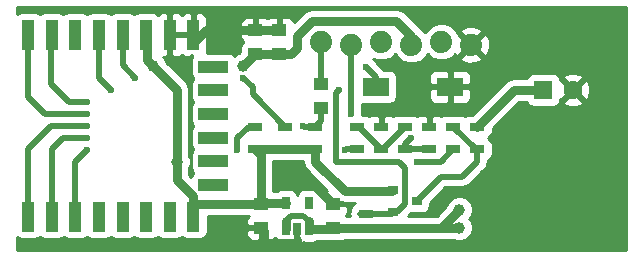
<source format=gtl>
G04 #@! TF.FileFunction,Copper,L1,Top,Signal*
%FSLAX46Y46*%
G04 Gerber Fmt 4.6, Leading zero omitted, Abs format (unit mm)*
G04 Created by KiCad (PCBNEW 4.0.7) date 10/21/18 23:31:01*
%MOMM*%
%LPD*%
G01*
G04 APERTURE LIST*
%ADD10C,0.100000*%
%ADD11C,1.879600*%
%ADD12R,2.298700X1.597660*%
%ADD13R,1.600000X1.600000*%
%ADD14C,1.600000*%
%ADD15R,1.100000X2.500000*%
%ADD16R,2.500000X1.100000*%
%ADD17R,0.650000X1.060000*%
%ADD18R,1.250000X1.000000*%
%ADD19R,1.300000X0.700000*%
%ADD20R,0.900000X0.800000*%
%ADD21C,0.600000*%
%ADD22C,1.000000*%
%ADD23C,0.500000*%
%ADD24C,0.750000*%
%ADD25C,0.254000*%
G04 APERTURE END LIST*
D10*
D11*
X83502500Y-103632000D03*
X86042500Y-103886000D03*
X88582500Y-103632000D03*
X91122500Y-103886000D03*
X93662500Y-103632000D03*
X96202500Y-103886000D03*
D12*
X88099900Y-107442000D03*
X94399100Y-107442000D03*
D13*
X102298500Y-107696000D03*
D14*
X104798500Y-107696000D03*
D15*
X58674000Y-118429000D03*
X60674000Y-118429000D03*
X62674000Y-118429000D03*
X64674000Y-118429000D03*
X66674000Y-118429000D03*
X68674000Y-118429000D03*
X70674000Y-118429000D03*
X72674000Y-118429000D03*
X72674000Y-103029000D03*
X70674000Y-103029000D03*
X68674000Y-103029000D03*
X66674000Y-103029000D03*
X64674000Y-103029000D03*
X62674000Y-103029000D03*
X60674000Y-103029000D03*
X58674000Y-103029000D03*
D16*
X74374000Y-115739000D03*
X74374000Y-113739000D03*
X74374000Y-111739000D03*
X74374000Y-109739000D03*
X74374000Y-107739000D03*
X74374000Y-105739000D03*
D17*
X80520500Y-119464000D03*
X81470500Y-119464000D03*
X82420500Y-119464000D03*
X82420500Y-117264000D03*
X80520500Y-117264000D03*
D18*
X83502500Y-109204000D03*
X83502500Y-107204000D03*
X77914500Y-104632000D03*
X77914500Y-102632000D03*
X79946500Y-104632000D03*
X79946500Y-102632000D03*
X84518500Y-119364000D03*
X84518500Y-117364000D03*
X78422500Y-117364000D03*
X78422500Y-119364000D03*
D19*
X86550500Y-112710000D03*
X86550500Y-110810000D03*
X88582500Y-112710000D03*
X88582500Y-110810000D03*
X90614500Y-110810000D03*
X90614500Y-112710000D03*
X92646500Y-112710000D03*
X92646500Y-110810000D03*
X77914500Y-112710000D03*
X77914500Y-110810000D03*
X82994500Y-112710000D03*
X82994500Y-110810000D03*
X80454500Y-112710000D03*
X80454500Y-110810000D03*
X94678500Y-112710000D03*
X94678500Y-110810000D03*
D20*
X89614500Y-116144000D03*
X89614500Y-118044000D03*
X91614500Y-117094000D03*
D19*
X87312500Y-116271000D03*
X87312500Y-118171000D03*
X96710500Y-110810000D03*
X96710500Y-112710000D03*
D21*
X85534500Y-112776000D03*
D22*
X71310500Y-113792000D03*
X69278500Y-105664000D03*
X76898500Y-105664000D03*
X95186500Y-119380000D03*
X95186500Y-117856000D03*
X108242100Y-120396000D03*
X108242100Y-118770400D03*
X108242100Y-117297200D03*
X108242100Y-115773200D03*
X108242100Y-114350800D03*
X75780900Y-103936800D03*
X75780900Y-101803200D03*
X78422500Y-119380000D03*
X76390500Y-120142000D03*
X75120500Y-120142000D03*
X75120500Y-118872000D03*
X76390500Y-118872000D03*
X81470500Y-114300000D03*
D21*
X91630500Y-113792000D03*
X91122500Y-111760000D03*
X63690500Y-111760000D03*
X65722500Y-107696000D03*
X85026500Y-107696000D03*
X86042500Y-109728000D03*
X63690500Y-109728000D03*
X63690500Y-108712000D03*
X81978500Y-110744000D03*
X63690500Y-110744000D03*
X76390500Y-112776000D03*
X63690500Y-112776000D03*
X87312500Y-105791000D03*
X67754500Y-106680000D03*
X76898500Y-106680000D03*
D23*
X86550500Y-112710000D02*
X85600500Y-112710000D01*
X85600500Y-112710000D02*
X85534500Y-112776000D01*
D24*
X81470500Y-103124000D02*
X82740500Y-101854000D01*
X82740500Y-101854000D02*
X89852500Y-101854000D01*
X69278500Y-105664000D02*
X71310500Y-107696000D01*
X71310500Y-115316000D02*
X72674000Y-116679500D01*
X71310500Y-114808000D02*
X71310500Y-115316000D01*
X71310500Y-107696000D02*
X71310500Y-113792000D01*
X71310500Y-113792000D02*
X71310500Y-114808000D01*
X72674000Y-116679500D02*
X72674000Y-117729000D01*
X82994500Y-113792000D02*
X82994500Y-112710000D01*
X87312500Y-116271000D02*
X89487500Y-116271000D01*
X89487500Y-116271000D02*
X89614500Y-116144000D01*
X78422500Y-117364000D02*
X78422500Y-113218000D01*
X78422500Y-113218000D02*
X77914500Y-112710000D01*
X78422500Y-117364000D02*
X73039000Y-117364000D01*
X73039000Y-117364000D02*
X72674000Y-117729000D01*
X80520500Y-117264000D02*
X78522500Y-117264000D01*
X78522500Y-117264000D02*
X78422500Y-117364000D01*
X68770500Y-105156000D02*
X69278500Y-105664000D01*
X76898500Y-105664000D02*
X76898500Y-105648000D01*
X91122500Y-103886000D02*
X91122500Y-103124000D01*
X91122500Y-103124000D02*
X89852500Y-101854000D01*
X80978500Y-104632000D02*
X79946500Y-104632000D01*
X81470500Y-104140000D02*
X80978500Y-104632000D01*
X81470500Y-103124000D02*
X81470500Y-104140000D01*
X80454500Y-112710000D02*
X82994500Y-112710000D01*
X77914500Y-112710000D02*
X80454500Y-112710000D01*
X77914500Y-104632000D02*
X79946500Y-104632000D01*
X68674000Y-103729000D02*
X68770500Y-103825500D01*
X68770500Y-103825500D02*
X68770500Y-105156000D01*
X76898500Y-105648000D02*
X77914500Y-104632000D01*
X87312500Y-116271000D02*
X85473500Y-116271000D01*
X85473500Y-116271000D02*
X82994500Y-113792000D01*
X96710500Y-110810000D02*
X99824500Y-107696000D01*
X99824500Y-107696000D02*
X102298500Y-107696000D01*
X95170500Y-119364000D02*
X95186500Y-119380000D01*
X93662500Y-119364000D02*
X95170500Y-119364000D01*
X84518500Y-119364000D02*
X93662500Y-119364000D01*
X93662500Y-119364000D02*
X93678500Y-119364000D01*
X93678500Y-119364000D02*
X95186500Y-117856000D01*
X82420500Y-119464000D02*
X84418500Y-119464000D01*
X84418500Y-119464000D02*
X84518500Y-119364000D01*
X82420500Y-119464000D02*
X82420500Y-118806000D01*
D23*
X82420500Y-118806000D02*
X81978500Y-118364000D01*
D24*
X80520500Y-118806000D02*
X80520500Y-119464000D01*
D23*
X80962500Y-118364000D02*
X80520500Y-118806000D01*
X81978500Y-118364000D02*
X80962500Y-118364000D01*
D24*
X108242100Y-120396000D02*
X108242100Y-118770400D01*
X108242100Y-117297200D02*
X108242100Y-115773200D01*
X77914500Y-102632000D02*
X76609700Y-102632000D01*
X76609700Y-102632000D02*
X75780900Y-101803200D01*
X78422500Y-119380000D02*
X78422500Y-119364000D01*
X75120500Y-120142000D02*
X76390500Y-120142000D01*
X76390500Y-118872000D02*
X75120500Y-118872000D01*
D23*
X81470500Y-119464000D02*
X81470500Y-120396000D01*
D24*
X78676500Y-120650000D02*
X78676500Y-119618000D01*
X81470500Y-120650000D02*
X78676500Y-120650000D01*
X81470500Y-120396000D02*
X81470500Y-120650000D01*
X78676500Y-119618000D02*
X78422500Y-119364000D01*
X72674000Y-103729000D02*
X73771000Y-102632000D01*
X73771000Y-102632000D02*
X77914500Y-102632000D01*
X79946500Y-102632000D02*
X77914500Y-102632000D01*
X84518500Y-117364000D02*
X84518500Y-117348000D01*
X84518500Y-117348000D02*
X81470500Y-114300000D01*
D23*
X91630500Y-113792000D02*
X93535500Y-113792000D01*
X93535500Y-113792000D02*
X93596500Y-113792000D01*
X93596500Y-113792000D02*
X94678500Y-112710000D01*
X88582500Y-112710000D02*
X88714500Y-112710000D01*
X88714500Y-112710000D02*
X90614500Y-110810000D01*
X86550500Y-110810000D02*
X86682500Y-110810000D01*
X86682500Y-110810000D02*
X88582500Y-112710000D01*
X91122500Y-111760000D02*
X90614500Y-112268000D01*
X90614500Y-112268000D02*
X90614500Y-112710000D01*
X92646500Y-112710000D02*
X90614500Y-112710000D01*
X60674000Y-117729000D02*
X60674000Y-112744500D01*
X90614500Y-112268000D02*
X90614500Y-112710000D01*
X61658500Y-111760000D02*
X63690500Y-111760000D01*
X60674000Y-112744500D02*
X61658500Y-111760000D01*
X83502500Y-107204000D02*
X83502500Y-103632000D01*
X85026500Y-107696000D02*
X84772500Y-107950000D01*
X84772500Y-107950000D02*
X84772500Y-113792000D01*
X84772500Y-113792000D02*
X90106500Y-113792000D01*
X90614500Y-117348000D02*
X89918500Y-118044000D01*
X90106500Y-113792000D02*
X90614500Y-114300000D01*
X90614500Y-114300000D02*
X90614500Y-117348000D01*
X64706500Y-106680000D02*
X65722500Y-107696000D01*
X86738500Y-118171000D02*
X87312500Y-118171000D01*
X89918500Y-118044000D02*
X89614500Y-118044000D01*
X87312500Y-118171000D02*
X89487500Y-118171000D01*
X89487500Y-118171000D02*
X89614500Y-118044000D01*
X64706500Y-103761500D02*
X64706500Y-106680000D01*
X64674000Y-103729000D02*
X64706500Y-103761500D01*
X58674000Y-103729000D02*
X58674000Y-108267500D01*
X86042500Y-109728000D02*
X86042500Y-103886000D01*
X60134500Y-109728000D02*
X63690500Y-109728000D01*
X58674000Y-108267500D02*
X60134500Y-109728000D01*
X60674000Y-103729000D02*
X60642500Y-103760500D01*
X60642500Y-103760500D02*
X60642500Y-107188000D01*
X60642500Y-107188000D02*
X62166500Y-108712000D01*
X62166500Y-108712000D02*
X63690500Y-108712000D01*
X94678500Y-110810000D02*
X96578500Y-112710000D01*
X96578500Y-112710000D02*
X96710500Y-112710000D01*
X96520000Y-113982500D02*
X96710500Y-113792000D01*
X96710500Y-113792000D02*
X96710500Y-112710000D01*
X91614500Y-117094000D02*
X93646500Y-115062000D01*
X95440500Y-115062000D02*
X96520000Y-113982500D01*
X96520000Y-113982500D02*
X96583500Y-113919000D01*
X93646500Y-115062000D02*
X95440500Y-115062000D01*
X91614500Y-117094000D02*
X91614500Y-117049000D01*
X58674000Y-117729000D02*
X58674000Y-112712500D01*
X82044500Y-110810000D02*
X82994500Y-110810000D01*
X81978500Y-110744000D02*
X82044500Y-110810000D01*
X60642500Y-110744000D02*
X63690500Y-110744000D01*
X58674000Y-112712500D02*
X60642500Y-110744000D01*
X83502500Y-109204000D02*
X83502500Y-110302000D01*
X83502500Y-110302000D02*
X82994500Y-110810000D01*
X62674000Y-117729000D02*
X62674000Y-113792500D01*
X76390500Y-111760000D02*
X77340500Y-110810000D01*
X76390500Y-112776000D02*
X76390500Y-111760000D01*
X62674000Y-113792500D02*
X63690500Y-112776000D01*
X77340500Y-110810000D02*
X77914500Y-110810000D01*
X88099900Y-106578400D02*
X88099900Y-107442000D01*
X87312500Y-105791000D02*
X88099900Y-106578400D01*
X66674000Y-103729000D02*
X66674000Y-105599500D01*
X66674000Y-105599500D02*
X67754500Y-106680000D01*
X76898500Y-106680000D02*
X77688500Y-107470000D01*
X77688500Y-107470000D02*
X77688500Y-107696000D01*
X77688500Y-107696000D02*
X77688500Y-108044000D01*
X77688500Y-108044000D02*
X80454500Y-110810000D01*
X66674000Y-103729000D02*
X66738500Y-103793500D01*
D25*
G36*
X109290000Y-121290000D02*
X57721500Y-121290000D01*
X57721500Y-120172524D01*
X57872110Y-120275431D01*
X58124000Y-120326440D01*
X59224000Y-120326440D01*
X59459317Y-120282162D01*
X59675441Y-120143090D01*
X59676390Y-120141701D01*
X59872110Y-120275431D01*
X60124000Y-120326440D01*
X61224000Y-120326440D01*
X61459317Y-120282162D01*
X61675441Y-120143090D01*
X61676390Y-120141701D01*
X61872110Y-120275431D01*
X62124000Y-120326440D01*
X63224000Y-120326440D01*
X63459317Y-120282162D01*
X63675441Y-120143090D01*
X63676390Y-120141701D01*
X63872110Y-120275431D01*
X64124000Y-120326440D01*
X65224000Y-120326440D01*
X65459317Y-120282162D01*
X65675441Y-120143090D01*
X65676390Y-120141701D01*
X65872110Y-120275431D01*
X66124000Y-120326440D01*
X67224000Y-120326440D01*
X67459317Y-120282162D01*
X67675441Y-120143090D01*
X67676390Y-120141701D01*
X67872110Y-120275431D01*
X68124000Y-120326440D01*
X69224000Y-120326440D01*
X69459317Y-120282162D01*
X69675441Y-120143090D01*
X69676390Y-120141701D01*
X69872110Y-120275431D01*
X70124000Y-120326440D01*
X71224000Y-120326440D01*
X71459317Y-120282162D01*
X71675441Y-120143090D01*
X71676390Y-120141701D01*
X71872110Y-120275431D01*
X72124000Y-120326440D01*
X73224000Y-120326440D01*
X73459317Y-120282162D01*
X73675441Y-120143090D01*
X73820431Y-119930890D01*
X73871440Y-119679000D01*
X73871440Y-119649750D01*
X77162500Y-119649750D01*
X77162500Y-119990309D01*
X77259173Y-120223698D01*
X77437801Y-120402327D01*
X77671190Y-120499000D01*
X78136750Y-120499000D01*
X78295500Y-120340250D01*
X78295500Y-119491000D01*
X77321250Y-119491000D01*
X77162500Y-119649750D01*
X73871440Y-119649750D01*
X73871440Y-118374000D01*
X77389474Y-118374000D01*
X77259173Y-118504302D01*
X77162500Y-118737691D01*
X77162500Y-119078250D01*
X77321250Y-119237000D01*
X78295500Y-119237000D01*
X78295500Y-119217000D01*
X78549500Y-119217000D01*
X78549500Y-119237000D01*
X78569500Y-119237000D01*
X78569500Y-119491000D01*
X78549500Y-119491000D01*
X78549500Y-120340250D01*
X78708250Y-120499000D01*
X79173810Y-120499000D01*
X79407199Y-120402327D01*
X79585827Y-120223698D01*
X79589577Y-120214644D01*
X79592338Y-120229317D01*
X79731410Y-120445441D01*
X79943610Y-120590431D01*
X80195500Y-120641440D01*
X80845500Y-120641440D01*
X80985586Y-120615081D01*
X81019190Y-120629000D01*
X81184750Y-120629000D01*
X81343500Y-120470250D01*
X81343500Y-120389949D01*
X81441931Y-120245890D01*
X81469676Y-120108880D01*
X81492338Y-120229317D01*
X81597500Y-120392743D01*
X81597500Y-120470250D01*
X81756250Y-120629000D01*
X81921810Y-120629000D01*
X81958671Y-120613732D01*
X82095500Y-120641440D01*
X82745500Y-120641440D01*
X82980817Y-120597162D01*
X83172216Y-120474000D01*
X83708616Y-120474000D01*
X83893500Y-120511440D01*
X85143500Y-120511440D01*
X85378817Y-120467162D01*
X85523595Y-120374000D01*
X94620654Y-120374000D01*
X94959744Y-120514803D01*
X95411275Y-120515197D01*
X95828586Y-120342767D01*
X96148145Y-120023765D01*
X96321303Y-119606756D01*
X96321697Y-119155225D01*
X96149267Y-118737914D01*
X96029633Y-118618071D01*
X96148145Y-118499765D01*
X96321303Y-118082756D01*
X96321697Y-117631225D01*
X96149267Y-117213914D01*
X95830265Y-116894355D01*
X95413256Y-116721197D01*
X94961725Y-116720803D01*
X94544414Y-116893233D01*
X94224855Y-117212235D01*
X94099129Y-117515015D01*
X93260144Y-118354000D01*
X90860080Y-118354000D01*
X91088109Y-118125970D01*
X91164500Y-118141440D01*
X92064500Y-118141440D01*
X92299817Y-118097162D01*
X92515941Y-117958090D01*
X92660931Y-117745890D01*
X92711940Y-117494000D01*
X92711940Y-117248140D01*
X94013079Y-115947000D01*
X95440495Y-115947000D01*
X95440500Y-115947001D01*
X95754762Y-115884489D01*
X95779175Y-115879633D01*
X96066290Y-115687790D01*
X96066291Y-115687789D01*
X97145787Y-114608292D01*
X97145790Y-114608290D01*
X97336287Y-114417792D01*
X97336290Y-114417790D01*
X97528133Y-114130675D01*
X97557607Y-113982500D01*
X97595501Y-113792000D01*
X97595500Y-113791995D01*
X97595500Y-113663222D01*
X97595817Y-113663162D01*
X97811941Y-113524090D01*
X97956931Y-113311890D01*
X98007940Y-113060000D01*
X98007940Y-112360000D01*
X97963662Y-112124683D01*
X97824590Y-111908559D01*
X97612390Y-111763569D01*
X97599303Y-111760919D01*
X97811941Y-111624090D01*
X97956931Y-111411890D01*
X98007940Y-111160000D01*
X98007940Y-110940916D01*
X100242856Y-108706000D01*
X100890574Y-108706000D01*
X100895338Y-108731317D01*
X101034410Y-108947441D01*
X101246610Y-109092431D01*
X101498500Y-109143440D01*
X103098500Y-109143440D01*
X103333817Y-109099162D01*
X103549941Y-108960090D01*
X103694931Y-108747890D01*
X103703870Y-108703745D01*
X103970361Y-108703745D01*
X104044495Y-108949864D01*
X104581723Y-109142965D01*
X105151954Y-109115778D01*
X105552505Y-108949864D01*
X105626639Y-108703745D01*
X104798500Y-107875605D01*
X103970361Y-108703745D01*
X103703870Y-108703745D01*
X103743146Y-108509799D01*
X103790755Y-108524139D01*
X104618895Y-107696000D01*
X104978105Y-107696000D01*
X105806245Y-108524139D01*
X106052364Y-108450005D01*
X106245465Y-107912777D01*
X106218278Y-107342546D01*
X106052364Y-106941995D01*
X105806245Y-106867861D01*
X104978105Y-107696000D01*
X104618895Y-107696000D01*
X103790755Y-106867861D01*
X103743333Y-106882145D01*
X103706851Y-106688255D01*
X103970361Y-106688255D01*
X104798500Y-107516395D01*
X105626639Y-106688255D01*
X105552505Y-106442136D01*
X105015277Y-106249035D01*
X104445046Y-106276222D01*
X104044495Y-106442136D01*
X103970361Y-106688255D01*
X103706851Y-106688255D01*
X103701662Y-106660683D01*
X103562590Y-106444559D01*
X103350390Y-106299569D01*
X103098500Y-106248560D01*
X101498500Y-106248560D01*
X101263183Y-106292838D01*
X101047059Y-106431910D01*
X100902069Y-106644110D01*
X100893586Y-106686000D01*
X99824500Y-106686000D01*
X99437990Y-106762882D01*
X99110322Y-106981822D01*
X96279584Y-109812560D01*
X96060500Y-109812560D01*
X95825183Y-109856838D01*
X95694043Y-109941225D01*
X95580390Y-109863569D01*
X95328500Y-109812560D01*
X94028500Y-109812560D01*
X93793183Y-109856838D01*
X93670383Y-109935857D01*
X93656199Y-109921673D01*
X93422810Y-109825000D01*
X92932250Y-109825000D01*
X92773500Y-109983750D01*
X92773500Y-110683000D01*
X92793500Y-110683000D01*
X92793500Y-110937000D01*
X92773500Y-110937000D01*
X92773500Y-110957000D01*
X92519500Y-110957000D01*
X92519500Y-110937000D01*
X92499500Y-110937000D01*
X92499500Y-110683000D01*
X92519500Y-110683000D01*
X92519500Y-109983750D01*
X92360750Y-109825000D01*
X91870190Y-109825000D01*
X91636801Y-109921673D01*
X91622443Y-109936032D01*
X91516390Y-109863569D01*
X91264500Y-109812560D01*
X89964500Y-109812560D01*
X89729183Y-109856838D01*
X89606383Y-109935857D01*
X89592199Y-109921673D01*
X89358810Y-109825000D01*
X88868250Y-109825000D01*
X88709500Y-109983750D01*
X88709500Y-110683000D01*
X88729500Y-110683000D01*
X88729500Y-110937000D01*
X88709500Y-110937000D01*
X88709500Y-110957000D01*
X88455500Y-110957000D01*
X88455500Y-110937000D01*
X88435500Y-110937000D01*
X88435500Y-110683000D01*
X88455500Y-110683000D01*
X88455500Y-109983750D01*
X88296750Y-109825000D01*
X87806190Y-109825000D01*
X87572801Y-109921673D01*
X87558443Y-109936032D01*
X87452390Y-109863569D01*
X87200500Y-109812560D01*
X86977427Y-109812560D01*
X86977662Y-109542833D01*
X86927500Y-109421431D01*
X86927500Y-108883602D01*
X86950550Y-108888270D01*
X89249250Y-108888270D01*
X89484567Y-108843992D01*
X89700691Y-108704920D01*
X89845681Y-108492720D01*
X89896690Y-108240830D01*
X89896690Y-107727750D01*
X92614750Y-107727750D01*
X92614750Y-108367140D01*
X92711423Y-108600529D01*
X92890052Y-108779157D01*
X93123441Y-108875830D01*
X94113350Y-108875830D01*
X94272100Y-108717080D01*
X94272100Y-107569000D01*
X94526100Y-107569000D01*
X94526100Y-108717080D01*
X94684850Y-108875830D01*
X95674759Y-108875830D01*
X95908148Y-108779157D01*
X96086777Y-108600529D01*
X96183450Y-108367140D01*
X96183450Y-107727750D01*
X96024700Y-107569000D01*
X94526100Y-107569000D01*
X94272100Y-107569000D01*
X92773500Y-107569000D01*
X92614750Y-107727750D01*
X89896690Y-107727750D01*
X89896690Y-106643170D01*
X89872924Y-106516860D01*
X92614750Y-106516860D01*
X92614750Y-107156250D01*
X92773500Y-107315000D01*
X94272100Y-107315000D01*
X94272100Y-106166920D01*
X94526100Y-106166920D01*
X94526100Y-107315000D01*
X96024700Y-107315000D01*
X96183450Y-107156250D01*
X96183450Y-106516860D01*
X96086777Y-106283471D01*
X95908148Y-106104843D01*
X95674759Y-106008170D01*
X94684850Y-106008170D01*
X94526100Y-106166920D01*
X94272100Y-106166920D01*
X94113350Y-106008170D01*
X93123441Y-106008170D01*
X92890052Y-106104843D01*
X92711423Y-106283471D01*
X92614750Y-106516860D01*
X89872924Y-106516860D01*
X89852412Y-106407853D01*
X89713340Y-106191729D01*
X89501140Y-106046739D01*
X89249250Y-105995730D01*
X88754502Y-105995730D01*
X88725690Y-105952610D01*
X88725687Y-105952608D01*
X88155244Y-105382165D01*
X88105617Y-105262057D01*
X87896059Y-105052133D01*
X88267879Y-105206526D01*
X88894373Y-105207073D01*
X89473387Y-104967829D01*
X89751042Y-104690658D01*
X89786671Y-104776887D01*
X90229283Y-105220272D01*
X90807879Y-105460526D01*
X91434373Y-105461073D01*
X92013387Y-105221829D01*
X92456772Y-104779217D01*
X92493723Y-104690230D01*
X92769283Y-104966272D01*
X93347879Y-105206526D01*
X93974373Y-105207073D01*
X94487705Y-104994968D01*
X95273137Y-104994968D01*
X95364423Y-105255580D01*
X95952333Y-105472045D01*
X96578328Y-105447049D01*
X97040577Y-105255580D01*
X97131863Y-104994968D01*
X96202500Y-104065605D01*
X95273137Y-104994968D01*
X94487705Y-104994968D01*
X94553387Y-104967829D01*
X94822577Y-104699108D01*
X94832920Y-104724077D01*
X95093532Y-104815363D01*
X96022895Y-103886000D01*
X96382105Y-103886000D01*
X97311468Y-104815363D01*
X97572080Y-104724077D01*
X97788545Y-104136167D01*
X97763549Y-103510172D01*
X97572080Y-103047923D01*
X97311468Y-102956637D01*
X96382105Y-103886000D01*
X96022895Y-103886000D01*
X95093532Y-102956637D01*
X95088159Y-102958519D01*
X95013171Y-102777032D01*
X95273137Y-102777032D01*
X96202500Y-103706395D01*
X97131863Y-102777032D01*
X97040577Y-102516420D01*
X96452667Y-102299955D01*
X95826672Y-102324951D01*
X95364423Y-102516420D01*
X95273137Y-102777032D01*
X95013171Y-102777032D01*
X94998329Y-102741113D01*
X94555717Y-102297728D01*
X93977121Y-102057474D01*
X93350627Y-102056927D01*
X92771613Y-102296171D01*
X92328228Y-102738783D01*
X92291277Y-102827770D01*
X92015717Y-102551728D01*
X91899156Y-102503328D01*
X91836678Y-102409822D01*
X90566678Y-101139822D01*
X90239010Y-100920882D01*
X89852500Y-100844000D01*
X82740500Y-100844000D01*
X82353990Y-100920882D01*
X82026322Y-101139822D01*
X81193013Y-101973131D01*
X81109827Y-101772302D01*
X80931199Y-101593673D01*
X80697810Y-101497000D01*
X80232250Y-101497000D01*
X80073500Y-101655750D01*
X80073500Y-102505000D01*
X80093500Y-102505000D01*
X80093500Y-102759000D01*
X80073500Y-102759000D01*
X80073500Y-102779000D01*
X79819500Y-102779000D01*
X79819500Y-102759000D01*
X78041500Y-102759000D01*
X78041500Y-102779000D01*
X77787500Y-102779000D01*
X77787500Y-102759000D01*
X76813250Y-102759000D01*
X76654500Y-102917750D01*
X76654500Y-103258309D01*
X76751173Y-103491698D01*
X76892410Y-103632936D01*
X76838059Y-103667910D01*
X76693069Y-103880110D01*
X76642060Y-104132000D01*
X76642060Y-104476084D01*
X76529923Y-104588221D01*
X76256414Y-104701233D01*
X76139692Y-104817751D01*
X76088090Y-104737559D01*
X75875890Y-104592569D01*
X75624000Y-104541560D01*
X73802563Y-104541560D01*
X73859000Y-104405309D01*
X73859000Y-103314750D01*
X73700250Y-103156000D01*
X72801000Y-103156000D01*
X72801000Y-103176000D01*
X72547000Y-103176000D01*
X72547000Y-103156000D01*
X70801000Y-103156000D01*
X70801000Y-104755250D01*
X70959750Y-104914000D01*
X71350310Y-104914000D01*
X71583699Y-104817327D01*
X71674000Y-104727025D01*
X71764301Y-104817327D01*
X71997690Y-104914000D01*
X72388250Y-104914000D01*
X72546998Y-104755252D01*
X72546998Y-104908675D01*
X72527569Y-104937110D01*
X72476560Y-105189000D01*
X72476560Y-106289000D01*
X72520838Y-106524317D01*
X72659910Y-106740441D01*
X72661299Y-106741390D01*
X72527569Y-106937110D01*
X72476560Y-107189000D01*
X72476560Y-108289000D01*
X72520838Y-108524317D01*
X72659910Y-108740441D01*
X72661299Y-108741390D01*
X72527569Y-108937110D01*
X72476560Y-109189000D01*
X72476560Y-110289000D01*
X72520838Y-110524317D01*
X72659910Y-110740441D01*
X72661299Y-110741390D01*
X72527569Y-110937110D01*
X72476560Y-111189000D01*
X72476560Y-112289000D01*
X72520838Y-112524317D01*
X72659910Y-112740441D01*
X72661299Y-112741390D01*
X72527569Y-112937110D01*
X72476560Y-113189000D01*
X72476560Y-114289000D01*
X72520838Y-114524317D01*
X72659910Y-114740441D01*
X72661299Y-114741390D01*
X72527569Y-114937110D01*
X72499344Y-115076488D01*
X72320500Y-114897644D01*
X72320500Y-114319314D01*
X72445303Y-114018756D01*
X72445697Y-113567225D01*
X72320500Y-113264226D01*
X72320500Y-107696000D01*
X72243618Y-107309490D01*
X72024678Y-106981822D01*
X70365545Y-105322689D01*
X70241267Y-105021914D01*
X70133541Y-104914000D01*
X70388250Y-104914000D01*
X70547000Y-104755250D01*
X70547000Y-103156000D01*
X70527000Y-103156000D01*
X70527000Y-102902000D01*
X70547000Y-102902000D01*
X70547000Y-101302750D01*
X70801000Y-101302750D01*
X70801000Y-102902000D01*
X72547000Y-102902000D01*
X72547000Y-101302750D01*
X72801000Y-101302750D01*
X72801000Y-102902000D01*
X73700250Y-102902000D01*
X73859000Y-102743250D01*
X73859000Y-102005691D01*
X76654500Y-102005691D01*
X76654500Y-102346250D01*
X76813250Y-102505000D01*
X77787500Y-102505000D01*
X77787500Y-101655750D01*
X78041500Y-101655750D01*
X78041500Y-102505000D01*
X79819500Y-102505000D01*
X79819500Y-101655750D01*
X79660750Y-101497000D01*
X79195190Y-101497000D01*
X78961801Y-101593673D01*
X78930500Y-101624974D01*
X78899199Y-101593673D01*
X78665810Y-101497000D01*
X78200250Y-101497000D01*
X78041500Y-101655750D01*
X77787500Y-101655750D01*
X77628750Y-101497000D01*
X77163190Y-101497000D01*
X76929801Y-101593673D01*
X76751173Y-101772302D01*
X76654500Y-102005691D01*
X73859000Y-102005691D01*
X73859000Y-101652691D01*
X73762327Y-101419302D01*
X73583699Y-101240673D01*
X73350310Y-101144000D01*
X72959750Y-101144000D01*
X72801000Y-101302750D01*
X72547000Y-101302750D01*
X72388250Y-101144000D01*
X71997690Y-101144000D01*
X71764301Y-101240673D01*
X71674000Y-101330975D01*
X71583699Y-101240673D01*
X71350310Y-101144000D01*
X70959750Y-101144000D01*
X70801000Y-101302750D01*
X70547000Y-101302750D01*
X70388250Y-101144000D01*
X69997690Y-101144000D01*
X69764301Y-101240673D01*
X69681748Y-101323226D01*
X69475890Y-101182569D01*
X69224000Y-101131560D01*
X68124000Y-101131560D01*
X67888683Y-101175838D01*
X67672559Y-101314910D01*
X67671610Y-101316299D01*
X67475890Y-101182569D01*
X67224000Y-101131560D01*
X66124000Y-101131560D01*
X65888683Y-101175838D01*
X65672559Y-101314910D01*
X65671610Y-101316299D01*
X65475890Y-101182569D01*
X65224000Y-101131560D01*
X64124000Y-101131560D01*
X63888683Y-101175838D01*
X63672559Y-101314910D01*
X63671610Y-101316299D01*
X63475890Y-101182569D01*
X63224000Y-101131560D01*
X62124000Y-101131560D01*
X61888683Y-101175838D01*
X61672559Y-101314910D01*
X61671610Y-101316299D01*
X61475890Y-101182569D01*
X61224000Y-101131560D01*
X60124000Y-101131560D01*
X59888683Y-101175838D01*
X59672559Y-101314910D01*
X59671610Y-101316299D01*
X59475890Y-101182569D01*
X59224000Y-101131560D01*
X58124000Y-101131560D01*
X57888683Y-101175838D01*
X57721500Y-101283417D01*
X57721500Y-100710000D01*
X109290000Y-100710000D01*
X109290000Y-121290000D01*
X109290000Y-121290000D01*
G37*
X109290000Y-121290000D02*
X57721500Y-121290000D01*
X57721500Y-120172524D01*
X57872110Y-120275431D01*
X58124000Y-120326440D01*
X59224000Y-120326440D01*
X59459317Y-120282162D01*
X59675441Y-120143090D01*
X59676390Y-120141701D01*
X59872110Y-120275431D01*
X60124000Y-120326440D01*
X61224000Y-120326440D01*
X61459317Y-120282162D01*
X61675441Y-120143090D01*
X61676390Y-120141701D01*
X61872110Y-120275431D01*
X62124000Y-120326440D01*
X63224000Y-120326440D01*
X63459317Y-120282162D01*
X63675441Y-120143090D01*
X63676390Y-120141701D01*
X63872110Y-120275431D01*
X64124000Y-120326440D01*
X65224000Y-120326440D01*
X65459317Y-120282162D01*
X65675441Y-120143090D01*
X65676390Y-120141701D01*
X65872110Y-120275431D01*
X66124000Y-120326440D01*
X67224000Y-120326440D01*
X67459317Y-120282162D01*
X67675441Y-120143090D01*
X67676390Y-120141701D01*
X67872110Y-120275431D01*
X68124000Y-120326440D01*
X69224000Y-120326440D01*
X69459317Y-120282162D01*
X69675441Y-120143090D01*
X69676390Y-120141701D01*
X69872110Y-120275431D01*
X70124000Y-120326440D01*
X71224000Y-120326440D01*
X71459317Y-120282162D01*
X71675441Y-120143090D01*
X71676390Y-120141701D01*
X71872110Y-120275431D01*
X72124000Y-120326440D01*
X73224000Y-120326440D01*
X73459317Y-120282162D01*
X73675441Y-120143090D01*
X73820431Y-119930890D01*
X73871440Y-119679000D01*
X73871440Y-119649750D01*
X77162500Y-119649750D01*
X77162500Y-119990309D01*
X77259173Y-120223698D01*
X77437801Y-120402327D01*
X77671190Y-120499000D01*
X78136750Y-120499000D01*
X78295500Y-120340250D01*
X78295500Y-119491000D01*
X77321250Y-119491000D01*
X77162500Y-119649750D01*
X73871440Y-119649750D01*
X73871440Y-118374000D01*
X77389474Y-118374000D01*
X77259173Y-118504302D01*
X77162500Y-118737691D01*
X77162500Y-119078250D01*
X77321250Y-119237000D01*
X78295500Y-119237000D01*
X78295500Y-119217000D01*
X78549500Y-119217000D01*
X78549500Y-119237000D01*
X78569500Y-119237000D01*
X78569500Y-119491000D01*
X78549500Y-119491000D01*
X78549500Y-120340250D01*
X78708250Y-120499000D01*
X79173810Y-120499000D01*
X79407199Y-120402327D01*
X79585827Y-120223698D01*
X79589577Y-120214644D01*
X79592338Y-120229317D01*
X79731410Y-120445441D01*
X79943610Y-120590431D01*
X80195500Y-120641440D01*
X80845500Y-120641440D01*
X80985586Y-120615081D01*
X81019190Y-120629000D01*
X81184750Y-120629000D01*
X81343500Y-120470250D01*
X81343500Y-120389949D01*
X81441931Y-120245890D01*
X81469676Y-120108880D01*
X81492338Y-120229317D01*
X81597500Y-120392743D01*
X81597500Y-120470250D01*
X81756250Y-120629000D01*
X81921810Y-120629000D01*
X81958671Y-120613732D01*
X82095500Y-120641440D01*
X82745500Y-120641440D01*
X82980817Y-120597162D01*
X83172216Y-120474000D01*
X83708616Y-120474000D01*
X83893500Y-120511440D01*
X85143500Y-120511440D01*
X85378817Y-120467162D01*
X85523595Y-120374000D01*
X94620654Y-120374000D01*
X94959744Y-120514803D01*
X95411275Y-120515197D01*
X95828586Y-120342767D01*
X96148145Y-120023765D01*
X96321303Y-119606756D01*
X96321697Y-119155225D01*
X96149267Y-118737914D01*
X96029633Y-118618071D01*
X96148145Y-118499765D01*
X96321303Y-118082756D01*
X96321697Y-117631225D01*
X96149267Y-117213914D01*
X95830265Y-116894355D01*
X95413256Y-116721197D01*
X94961725Y-116720803D01*
X94544414Y-116893233D01*
X94224855Y-117212235D01*
X94099129Y-117515015D01*
X93260144Y-118354000D01*
X90860080Y-118354000D01*
X91088109Y-118125970D01*
X91164500Y-118141440D01*
X92064500Y-118141440D01*
X92299817Y-118097162D01*
X92515941Y-117958090D01*
X92660931Y-117745890D01*
X92711940Y-117494000D01*
X92711940Y-117248140D01*
X94013079Y-115947000D01*
X95440495Y-115947000D01*
X95440500Y-115947001D01*
X95754762Y-115884489D01*
X95779175Y-115879633D01*
X96066290Y-115687790D01*
X96066291Y-115687789D01*
X97145787Y-114608292D01*
X97145790Y-114608290D01*
X97336287Y-114417792D01*
X97336290Y-114417790D01*
X97528133Y-114130675D01*
X97557607Y-113982500D01*
X97595501Y-113792000D01*
X97595500Y-113791995D01*
X97595500Y-113663222D01*
X97595817Y-113663162D01*
X97811941Y-113524090D01*
X97956931Y-113311890D01*
X98007940Y-113060000D01*
X98007940Y-112360000D01*
X97963662Y-112124683D01*
X97824590Y-111908559D01*
X97612390Y-111763569D01*
X97599303Y-111760919D01*
X97811941Y-111624090D01*
X97956931Y-111411890D01*
X98007940Y-111160000D01*
X98007940Y-110940916D01*
X100242856Y-108706000D01*
X100890574Y-108706000D01*
X100895338Y-108731317D01*
X101034410Y-108947441D01*
X101246610Y-109092431D01*
X101498500Y-109143440D01*
X103098500Y-109143440D01*
X103333817Y-109099162D01*
X103549941Y-108960090D01*
X103694931Y-108747890D01*
X103703870Y-108703745D01*
X103970361Y-108703745D01*
X104044495Y-108949864D01*
X104581723Y-109142965D01*
X105151954Y-109115778D01*
X105552505Y-108949864D01*
X105626639Y-108703745D01*
X104798500Y-107875605D01*
X103970361Y-108703745D01*
X103703870Y-108703745D01*
X103743146Y-108509799D01*
X103790755Y-108524139D01*
X104618895Y-107696000D01*
X104978105Y-107696000D01*
X105806245Y-108524139D01*
X106052364Y-108450005D01*
X106245465Y-107912777D01*
X106218278Y-107342546D01*
X106052364Y-106941995D01*
X105806245Y-106867861D01*
X104978105Y-107696000D01*
X104618895Y-107696000D01*
X103790755Y-106867861D01*
X103743333Y-106882145D01*
X103706851Y-106688255D01*
X103970361Y-106688255D01*
X104798500Y-107516395D01*
X105626639Y-106688255D01*
X105552505Y-106442136D01*
X105015277Y-106249035D01*
X104445046Y-106276222D01*
X104044495Y-106442136D01*
X103970361Y-106688255D01*
X103706851Y-106688255D01*
X103701662Y-106660683D01*
X103562590Y-106444559D01*
X103350390Y-106299569D01*
X103098500Y-106248560D01*
X101498500Y-106248560D01*
X101263183Y-106292838D01*
X101047059Y-106431910D01*
X100902069Y-106644110D01*
X100893586Y-106686000D01*
X99824500Y-106686000D01*
X99437990Y-106762882D01*
X99110322Y-106981822D01*
X96279584Y-109812560D01*
X96060500Y-109812560D01*
X95825183Y-109856838D01*
X95694043Y-109941225D01*
X95580390Y-109863569D01*
X95328500Y-109812560D01*
X94028500Y-109812560D01*
X93793183Y-109856838D01*
X93670383Y-109935857D01*
X93656199Y-109921673D01*
X93422810Y-109825000D01*
X92932250Y-109825000D01*
X92773500Y-109983750D01*
X92773500Y-110683000D01*
X92793500Y-110683000D01*
X92793500Y-110937000D01*
X92773500Y-110937000D01*
X92773500Y-110957000D01*
X92519500Y-110957000D01*
X92519500Y-110937000D01*
X92499500Y-110937000D01*
X92499500Y-110683000D01*
X92519500Y-110683000D01*
X92519500Y-109983750D01*
X92360750Y-109825000D01*
X91870190Y-109825000D01*
X91636801Y-109921673D01*
X91622443Y-109936032D01*
X91516390Y-109863569D01*
X91264500Y-109812560D01*
X89964500Y-109812560D01*
X89729183Y-109856838D01*
X89606383Y-109935857D01*
X89592199Y-109921673D01*
X89358810Y-109825000D01*
X88868250Y-109825000D01*
X88709500Y-109983750D01*
X88709500Y-110683000D01*
X88729500Y-110683000D01*
X88729500Y-110937000D01*
X88709500Y-110937000D01*
X88709500Y-110957000D01*
X88455500Y-110957000D01*
X88455500Y-110937000D01*
X88435500Y-110937000D01*
X88435500Y-110683000D01*
X88455500Y-110683000D01*
X88455500Y-109983750D01*
X88296750Y-109825000D01*
X87806190Y-109825000D01*
X87572801Y-109921673D01*
X87558443Y-109936032D01*
X87452390Y-109863569D01*
X87200500Y-109812560D01*
X86977427Y-109812560D01*
X86977662Y-109542833D01*
X86927500Y-109421431D01*
X86927500Y-108883602D01*
X86950550Y-108888270D01*
X89249250Y-108888270D01*
X89484567Y-108843992D01*
X89700691Y-108704920D01*
X89845681Y-108492720D01*
X89896690Y-108240830D01*
X89896690Y-107727750D01*
X92614750Y-107727750D01*
X92614750Y-108367140D01*
X92711423Y-108600529D01*
X92890052Y-108779157D01*
X93123441Y-108875830D01*
X94113350Y-108875830D01*
X94272100Y-108717080D01*
X94272100Y-107569000D01*
X94526100Y-107569000D01*
X94526100Y-108717080D01*
X94684850Y-108875830D01*
X95674759Y-108875830D01*
X95908148Y-108779157D01*
X96086777Y-108600529D01*
X96183450Y-108367140D01*
X96183450Y-107727750D01*
X96024700Y-107569000D01*
X94526100Y-107569000D01*
X94272100Y-107569000D01*
X92773500Y-107569000D01*
X92614750Y-107727750D01*
X89896690Y-107727750D01*
X89896690Y-106643170D01*
X89872924Y-106516860D01*
X92614750Y-106516860D01*
X92614750Y-107156250D01*
X92773500Y-107315000D01*
X94272100Y-107315000D01*
X94272100Y-106166920D01*
X94526100Y-106166920D01*
X94526100Y-107315000D01*
X96024700Y-107315000D01*
X96183450Y-107156250D01*
X96183450Y-106516860D01*
X96086777Y-106283471D01*
X95908148Y-106104843D01*
X95674759Y-106008170D01*
X94684850Y-106008170D01*
X94526100Y-106166920D01*
X94272100Y-106166920D01*
X94113350Y-106008170D01*
X93123441Y-106008170D01*
X92890052Y-106104843D01*
X92711423Y-106283471D01*
X92614750Y-106516860D01*
X89872924Y-106516860D01*
X89852412Y-106407853D01*
X89713340Y-106191729D01*
X89501140Y-106046739D01*
X89249250Y-105995730D01*
X88754502Y-105995730D01*
X88725690Y-105952610D01*
X88725687Y-105952608D01*
X88155244Y-105382165D01*
X88105617Y-105262057D01*
X87896059Y-105052133D01*
X88267879Y-105206526D01*
X88894373Y-105207073D01*
X89473387Y-104967829D01*
X89751042Y-104690658D01*
X89786671Y-104776887D01*
X90229283Y-105220272D01*
X90807879Y-105460526D01*
X91434373Y-105461073D01*
X92013387Y-105221829D01*
X92456772Y-104779217D01*
X92493723Y-104690230D01*
X92769283Y-104966272D01*
X93347879Y-105206526D01*
X93974373Y-105207073D01*
X94487705Y-104994968D01*
X95273137Y-104994968D01*
X95364423Y-105255580D01*
X95952333Y-105472045D01*
X96578328Y-105447049D01*
X97040577Y-105255580D01*
X97131863Y-104994968D01*
X96202500Y-104065605D01*
X95273137Y-104994968D01*
X94487705Y-104994968D01*
X94553387Y-104967829D01*
X94822577Y-104699108D01*
X94832920Y-104724077D01*
X95093532Y-104815363D01*
X96022895Y-103886000D01*
X96382105Y-103886000D01*
X97311468Y-104815363D01*
X97572080Y-104724077D01*
X97788545Y-104136167D01*
X97763549Y-103510172D01*
X97572080Y-103047923D01*
X97311468Y-102956637D01*
X96382105Y-103886000D01*
X96022895Y-103886000D01*
X95093532Y-102956637D01*
X95088159Y-102958519D01*
X95013171Y-102777032D01*
X95273137Y-102777032D01*
X96202500Y-103706395D01*
X97131863Y-102777032D01*
X97040577Y-102516420D01*
X96452667Y-102299955D01*
X95826672Y-102324951D01*
X95364423Y-102516420D01*
X95273137Y-102777032D01*
X95013171Y-102777032D01*
X94998329Y-102741113D01*
X94555717Y-102297728D01*
X93977121Y-102057474D01*
X93350627Y-102056927D01*
X92771613Y-102296171D01*
X92328228Y-102738783D01*
X92291277Y-102827770D01*
X92015717Y-102551728D01*
X91899156Y-102503328D01*
X91836678Y-102409822D01*
X90566678Y-101139822D01*
X90239010Y-100920882D01*
X89852500Y-100844000D01*
X82740500Y-100844000D01*
X82353990Y-100920882D01*
X82026322Y-101139822D01*
X81193013Y-101973131D01*
X81109827Y-101772302D01*
X80931199Y-101593673D01*
X80697810Y-101497000D01*
X80232250Y-101497000D01*
X80073500Y-101655750D01*
X80073500Y-102505000D01*
X80093500Y-102505000D01*
X80093500Y-102759000D01*
X80073500Y-102759000D01*
X80073500Y-102779000D01*
X79819500Y-102779000D01*
X79819500Y-102759000D01*
X78041500Y-102759000D01*
X78041500Y-102779000D01*
X77787500Y-102779000D01*
X77787500Y-102759000D01*
X76813250Y-102759000D01*
X76654500Y-102917750D01*
X76654500Y-103258309D01*
X76751173Y-103491698D01*
X76892410Y-103632936D01*
X76838059Y-103667910D01*
X76693069Y-103880110D01*
X76642060Y-104132000D01*
X76642060Y-104476084D01*
X76529923Y-104588221D01*
X76256414Y-104701233D01*
X76139692Y-104817751D01*
X76088090Y-104737559D01*
X75875890Y-104592569D01*
X75624000Y-104541560D01*
X73802563Y-104541560D01*
X73859000Y-104405309D01*
X73859000Y-103314750D01*
X73700250Y-103156000D01*
X72801000Y-103156000D01*
X72801000Y-103176000D01*
X72547000Y-103176000D01*
X72547000Y-103156000D01*
X70801000Y-103156000D01*
X70801000Y-104755250D01*
X70959750Y-104914000D01*
X71350310Y-104914000D01*
X71583699Y-104817327D01*
X71674000Y-104727025D01*
X71764301Y-104817327D01*
X71997690Y-104914000D01*
X72388250Y-104914000D01*
X72546998Y-104755252D01*
X72546998Y-104908675D01*
X72527569Y-104937110D01*
X72476560Y-105189000D01*
X72476560Y-106289000D01*
X72520838Y-106524317D01*
X72659910Y-106740441D01*
X72661299Y-106741390D01*
X72527569Y-106937110D01*
X72476560Y-107189000D01*
X72476560Y-108289000D01*
X72520838Y-108524317D01*
X72659910Y-108740441D01*
X72661299Y-108741390D01*
X72527569Y-108937110D01*
X72476560Y-109189000D01*
X72476560Y-110289000D01*
X72520838Y-110524317D01*
X72659910Y-110740441D01*
X72661299Y-110741390D01*
X72527569Y-110937110D01*
X72476560Y-111189000D01*
X72476560Y-112289000D01*
X72520838Y-112524317D01*
X72659910Y-112740441D01*
X72661299Y-112741390D01*
X72527569Y-112937110D01*
X72476560Y-113189000D01*
X72476560Y-114289000D01*
X72520838Y-114524317D01*
X72659910Y-114740441D01*
X72661299Y-114741390D01*
X72527569Y-114937110D01*
X72499344Y-115076488D01*
X72320500Y-114897644D01*
X72320500Y-114319314D01*
X72445303Y-114018756D01*
X72445697Y-113567225D01*
X72320500Y-113264226D01*
X72320500Y-107696000D01*
X72243618Y-107309490D01*
X72024678Y-106981822D01*
X70365545Y-105322689D01*
X70241267Y-105021914D01*
X70133541Y-104914000D01*
X70388250Y-104914000D01*
X70547000Y-104755250D01*
X70547000Y-103156000D01*
X70527000Y-103156000D01*
X70527000Y-102902000D01*
X70547000Y-102902000D01*
X70547000Y-101302750D01*
X70801000Y-101302750D01*
X70801000Y-102902000D01*
X72547000Y-102902000D01*
X72547000Y-101302750D01*
X72801000Y-101302750D01*
X72801000Y-102902000D01*
X73700250Y-102902000D01*
X73859000Y-102743250D01*
X73859000Y-102005691D01*
X76654500Y-102005691D01*
X76654500Y-102346250D01*
X76813250Y-102505000D01*
X77787500Y-102505000D01*
X77787500Y-101655750D01*
X78041500Y-101655750D01*
X78041500Y-102505000D01*
X79819500Y-102505000D01*
X79819500Y-101655750D01*
X79660750Y-101497000D01*
X79195190Y-101497000D01*
X78961801Y-101593673D01*
X78930500Y-101624974D01*
X78899199Y-101593673D01*
X78665810Y-101497000D01*
X78200250Y-101497000D01*
X78041500Y-101655750D01*
X77787500Y-101655750D01*
X77628750Y-101497000D01*
X77163190Y-101497000D01*
X76929801Y-101593673D01*
X76751173Y-101772302D01*
X76654500Y-102005691D01*
X73859000Y-102005691D01*
X73859000Y-101652691D01*
X73762327Y-101419302D01*
X73583699Y-101240673D01*
X73350310Y-101144000D01*
X72959750Y-101144000D01*
X72801000Y-101302750D01*
X72547000Y-101302750D01*
X72388250Y-101144000D01*
X71997690Y-101144000D01*
X71764301Y-101240673D01*
X71674000Y-101330975D01*
X71583699Y-101240673D01*
X71350310Y-101144000D01*
X70959750Y-101144000D01*
X70801000Y-101302750D01*
X70547000Y-101302750D01*
X70388250Y-101144000D01*
X69997690Y-101144000D01*
X69764301Y-101240673D01*
X69681748Y-101323226D01*
X69475890Y-101182569D01*
X69224000Y-101131560D01*
X68124000Y-101131560D01*
X67888683Y-101175838D01*
X67672559Y-101314910D01*
X67671610Y-101316299D01*
X67475890Y-101182569D01*
X67224000Y-101131560D01*
X66124000Y-101131560D01*
X65888683Y-101175838D01*
X65672559Y-101314910D01*
X65671610Y-101316299D01*
X65475890Y-101182569D01*
X65224000Y-101131560D01*
X64124000Y-101131560D01*
X63888683Y-101175838D01*
X63672559Y-101314910D01*
X63671610Y-101316299D01*
X63475890Y-101182569D01*
X63224000Y-101131560D01*
X62124000Y-101131560D01*
X61888683Y-101175838D01*
X61672559Y-101314910D01*
X61671610Y-101316299D01*
X61475890Y-101182569D01*
X61224000Y-101131560D01*
X60124000Y-101131560D01*
X59888683Y-101175838D01*
X59672559Y-101314910D01*
X59671610Y-101316299D01*
X59475890Y-101182569D01*
X59224000Y-101131560D01*
X58124000Y-101131560D01*
X57888683Y-101175838D01*
X57721500Y-101283417D01*
X57721500Y-100710000D01*
X109290000Y-100710000D01*
X109290000Y-121290000D01*
G36*
X84645500Y-117237000D02*
X85252298Y-117237000D01*
X85473500Y-117281000D01*
X86329026Y-117281000D01*
X86211059Y-117356910D01*
X86066069Y-117569110D01*
X86052731Y-117634976D01*
X85920867Y-117832325D01*
X85853500Y-118171000D01*
X85889901Y-118354000D01*
X85551526Y-118354000D01*
X85681827Y-118223698D01*
X85778500Y-117990309D01*
X85778500Y-117649750D01*
X85619750Y-117491000D01*
X84645500Y-117491000D01*
X84645500Y-117511000D01*
X84391500Y-117511000D01*
X84391500Y-117491000D01*
X84371500Y-117491000D01*
X84371500Y-117237000D01*
X84391500Y-117237000D01*
X84391500Y-117217000D01*
X84645500Y-117217000D01*
X84645500Y-117237000D01*
X84645500Y-117237000D01*
G37*
X84645500Y-117237000D02*
X85252298Y-117237000D01*
X85473500Y-117281000D01*
X86329026Y-117281000D01*
X86211059Y-117356910D01*
X86066069Y-117569110D01*
X86052731Y-117634976D01*
X85920867Y-117832325D01*
X85853500Y-118171000D01*
X85889901Y-118354000D01*
X85551526Y-118354000D01*
X85681827Y-118223698D01*
X85778500Y-117990309D01*
X85778500Y-117649750D01*
X85619750Y-117491000D01*
X84645500Y-117491000D01*
X84645500Y-117511000D01*
X84391500Y-117511000D01*
X84391500Y-117491000D01*
X84371500Y-117491000D01*
X84371500Y-117237000D01*
X84391500Y-117237000D01*
X84391500Y-117217000D01*
X84645500Y-117217000D01*
X84645500Y-117237000D01*
G36*
X81984500Y-113792000D02*
X82061382Y-114178510D01*
X82280322Y-114506178D01*
X84003144Y-116229000D01*
X83767190Y-116229000D01*
X83533801Y-116325673D01*
X83355173Y-116504302D01*
X83351423Y-116513356D01*
X83348662Y-116498683D01*
X83209590Y-116282559D01*
X82997390Y-116137569D01*
X82745500Y-116086560D01*
X82095500Y-116086560D01*
X81860183Y-116130838D01*
X81644059Y-116269910D01*
X81499069Y-116482110D01*
X81471324Y-116619120D01*
X81448662Y-116498683D01*
X81309590Y-116282559D01*
X81097390Y-116137569D01*
X80845500Y-116086560D01*
X80195500Y-116086560D01*
X79960183Y-116130838D01*
X79768784Y-116254000D01*
X79432500Y-116254000D01*
X79432500Y-113720000D01*
X81984500Y-113720000D01*
X81984500Y-113792000D01*
X81984500Y-113792000D01*
G37*
X81984500Y-113792000D02*
X82061382Y-114178510D01*
X82280322Y-114506178D01*
X84003144Y-116229000D01*
X83767190Y-116229000D01*
X83533801Y-116325673D01*
X83355173Y-116504302D01*
X83351423Y-116513356D01*
X83348662Y-116498683D01*
X83209590Y-116282559D01*
X82997390Y-116137569D01*
X82745500Y-116086560D01*
X82095500Y-116086560D01*
X81860183Y-116130838D01*
X81644059Y-116269910D01*
X81499069Y-116482110D01*
X81471324Y-116619120D01*
X81448662Y-116498683D01*
X81309590Y-116282559D01*
X81097390Y-116137569D01*
X80845500Y-116086560D01*
X80195500Y-116086560D01*
X79960183Y-116130838D01*
X79768784Y-116254000D01*
X79432500Y-116254000D01*
X79432500Y-113720000D01*
X81984500Y-113720000D01*
X81984500Y-113792000D01*
M02*

</source>
